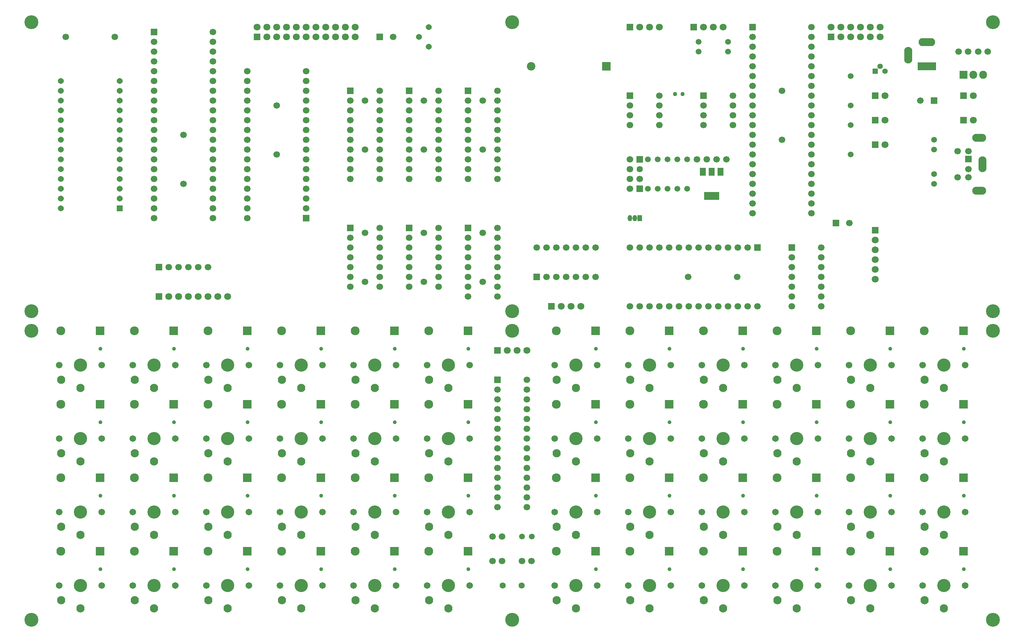
<source format=gbr>
%TF.GenerationSoftware,Novarm,DipTrace,4.3.0.4*%
%TF.CreationDate,2023-07-28T17:07:57+01:00*%
%FSLAX26Y26*%
%MOIN*%
%TF.FileFunction,Soldermask,Top*%
%TF.Part,Single*%
%ADD20C,0.055118*%
%ADD26C,0.062992*%
%ADD28C,0.059055*%
%ADD32R,0.066929X0.066929*%
%ADD33C,0.066929*%
%ADD38C,0.066929*%
%ADD51R,0.086614X0.086614*%
%ADD55C,0.067*%
%ADD56C,0.135*%
%ADD57C,0.039*%
%ADD64C,0.043307*%
%ADD68C,0.090551*%
%ADD70R,0.090551X0.090551*%
%ADD71R,0.153543X0.082677*%
%ADD73R,0.062992X0.082677*%
%ADD75C,0.06063*%
%ADD77C,0.086614*%
%ADD79O,0.045276X0.062992*%
%ADD81R,0.045276X0.062992*%
%ADD83O,0.078937X0.082677*%
%ADD85R,0.078937X0.082677*%
%ADD87O,0.082677X0.169291*%
%ADD89O,0.169291X0.082677*%
%ADD91R,0.185039X0.082677*%
%ADD93C,0.070866*%
%ADD94O,0.082677X0.161417*%
%ADD96O,0.141732X0.082677*%
%ADD98C,0.06063*%
%ADD100R,0.06063X0.06063*%
%ADD102C,0.070866*%
%ADD103R,0.070866X0.070866*%
%ADD105R,0.055118X0.055118*%
%ADD107C,0.141732*%
%ADD109C,0.063937*%
%ADD111C,0.059055*%
%ADD113C,0.083937*%
G75*
G01*
%LPD*%
D28*
X6977953Y4893701D3*
D111*
Y5193701D3*
D113*
X3243701Y1361024D3*
X3046850Y1443701D3*
D55*
X3027165Y1593307D3*
D56*
X3243701D3*
D57*
X3449213Y1758661D3*
D55*
X3460236Y1593307D3*
D32*
X8243701Y4293701D3*
D33*
Y4193701D3*
Y4093701D3*
Y3993701D3*
Y3893701D3*
Y3793701D3*
Y3693701D3*
X8543701D3*
Y3793701D3*
Y3893701D3*
Y3993701D3*
Y4093701D3*
Y4193701D3*
Y4293701D3*
D32*
X3293701Y4593701D3*
D33*
Y4693701D3*
Y4793701D3*
Y4893701D3*
Y4993701D3*
Y5093701D3*
Y5193701D3*
Y5293701D3*
Y5393701D3*
Y5493701D3*
Y5593701D3*
Y5693701D3*
Y5793701D3*
Y5893701D3*
Y5993701D3*
Y6093701D3*
X2693701D3*
Y5993701D3*
Y5893701D3*
Y5793701D3*
Y5693701D3*
Y5593701D3*
Y5493701D3*
Y5393701D3*
Y5293701D3*
Y5193701D3*
Y5093701D3*
Y4993701D3*
Y4893701D3*
Y4793701D3*
Y4693701D3*
Y4593701D3*
D28*
X6877953Y5193701D3*
D111*
Y4893701D3*
D113*
X8293701Y611024D3*
X8096850Y693701D3*
D55*
X8077165Y843307D3*
D56*
X8293701D3*
D57*
X8499213Y1008661D3*
D55*
X8510236Y843307D3*
D32*
X6693701Y4893701D3*
D38*
Y4993701D3*
D109*
Y5093701D3*
D32*
Y5193701D3*
D38*
X6593701D3*
Y5093701D3*
Y4993701D3*
Y4893701D3*
D32*
X4344094Y5893504D3*
D33*
Y5793504D3*
Y5693504D3*
Y5593504D3*
Y5493504D3*
Y5393504D3*
Y5293504D3*
Y5193504D3*
Y5093504D3*
Y4993504D3*
X4644094D3*
Y5093504D3*
Y5193504D3*
Y5293504D3*
Y5393504D3*
Y5493504D3*
Y5593504D3*
Y5693504D3*
Y5793504D3*
Y5893504D3*
D32*
X7843504Y6543504D3*
D33*
Y6443504D3*
Y6343504D3*
Y6243504D3*
Y6143504D3*
Y6043504D3*
Y5943504D3*
Y5843504D3*
Y5743504D3*
Y5643504D3*
Y5543504D3*
Y5443504D3*
Y5343504D3*
Y5243504D3*
Y5143504D3*
Y5043504D3*
Y4943504D3*
Y4843504D3*
Y4743504D3*
Y4643504D3*
X8443504D3*
Y4743504D3*
Y4843504D3*
Y4943504D3*
Y5043504D3*
Y5143504D3*
Y5243504D3*
Y5343504D3*
Y5443504D3*
Y5543504D3*
Y5643504D3*
Y5743504D3*
Y5843504D3*
Y5943504D3*
Y6043504D3*
Y6143504D3*
Y6243504D3*
Y6343504D3*
Y6443504D3*
Y6543504D3*
D113*
X3243701Y2111024D3*
X3046850Y2193701D3*
D55*
X3027165Y2343307D3*
D56*
X3243701D3*
D57*
X3449213Y2508661D3*
D55*
X3460236Y2343307D3*
D26*
X5297244Y843307D3*
X5489370D3*
D32*
X9693701Y5793701D3*
D38*
X9555906D3*
D113*
X3993701Y2111024D3*
X3796850Y2193701D3*
D55*
X3777165Y2343307D3*
D56*
X3993701D3*
D57*
X4199213Y2508661D3*
D55*
X4210236Y2343307D3*
D113*
X7543701Y2861024D3*
X7346850Y2943701D3*
D55*
X7327165Y3093307D3*
D56*
X7543701D3*
D57*
X7749213Y3258661D3*
D55*
X7760236Y3093307D3*
D113*
X9043701Y1361024D3*
X8846850Y1443701D3*
D55*
X8827165Y1593307D3*
D56*
X9043701D3*
D57*
X9249213Y1758661D3*
D55*
X9260236Y1593307D3*
D32*
X4043701Y6443701D3*
D38*
X4181496D3*
D113*
X7543701Y1361024D3*
X7346850Y1443701D3*
D55*
X7327165Y1593307D3*
D56*
X7543701D3*
D57*
X7749213Y1758661D3*
D55*
X7760236Y1593307D3*
D107*
X493701Y3443701D3*
D113*
X4743701Y1361024D3*
X4546850Y1443701D3*
D55*
X4527165Y1593307D3*
D56*
X4743701D3*
D57*
X4949213Y1758661D3*
D55*
X4960236Y1593307D3*
D113*
X3243701Y2861024D3*
X3046850Y2943701D3*
D55*
X3027165Y3093307D3*
D56*
X3243701D3*
D57*
X3449213Y3258661D3*
D55*
X3460236Y3093307D3*
D113*
X7543701Y2111024D3*
X7346850Y2193701D3*
D55*
X7327165Y2343307D3*
D56*
X7543701D3*
D57*
X7749213Y2508661D3*
D55*
X7760236Y2343307D3*
D107*
X5393701Y3643701D3*
D113*
X9793701Y2111024D3*
X9596850Y2193701D3*
D55*
X9577165Y2343307D3*
D56*
X9793701D3*
D57*
X9999213Y2508661D3*
D55*
X10010236Y2343307D3*
D105*
X9093701Y6093701D3*
D20*
X9143701Y6143701D3*
X9193701Y6093701D3*
D38*
X7277953Y5193701D3*
X7376378D3*
D113*
X6043701Y1361024D3*
X5846850Y1443701D3*
D55*
X5827165Y1593307D3*
D56*
X6043701D3*
D57*
X6249213Y1758661D3*
D55*
X6260236Y1593307D3*
D107*
X493701Y3643701D3*
D113*
X3993701Y1361024D3*
X3796850Y1443701D3*
D55*
X3777165Y1593307D3*
D56*
X3993701D3*
D57*
X4199213Y1758661D3*
D55*
X4210236Y1593307D3*
D38*
X5193701Y1343307D3*
X5292126D3*
D113*
X3993701Y611024D3*
X3796850Y693701D3*
D55*
X3777165Y843307D3*
D56*
X3993701D3*
D57*
X4199213Y1008661D3*
D55*
X4210236Y843307D3*
D103*
X7244094Y6543701D3*
D102*
X7344094D3*
X7444094D3*
X7544094D3*
D113*
X1743701Y2861024D3*
X1546850Y2943701D3*
D55*
X1527165Y3093307D3*
D56*
X1743701D3*
D57*
X1949213Y3258661D3*
D55*
X1960236Y3093307D3*
D103*
X2793701Y6443701D3*
D102*
Y6543701D3*
X2893701Y6443701D3*
Y6543701D3*
X2993701Y6443701D3*
Y6543701D3*
X3093701Y6443701D3*
Y6543701D3*
X3193701Y6443701D3*
Y6543701D3*
X3293701Y6443701D3*
Y6543701D3*
X3393701Y6443701D3*
Y6543701D3*
X3493701Y6443701D3*
Y6543701D3*
X3593701Y6443701D3*
Y6543701D3*
X3693701Y6443701D3*
Y6543701D3*
X3793701Y6443701D3*
Y6543701D3*
D103*
X5243701Y3243307D3*
D102*
X5343701D3*
X5443701D3*
X5543701D3*
D113*
X8293701Y1361024D3*
X8096850Y1443701D3*
D55*
X8077165Y1593307D3*
D56*
X8293701D3*
D57*
X8499213Y1758661D3*
D55*
X8510236Y1593307D3*
D32*
X6594094Y5843307D3*
D33*
Y5743307D3*
Y5643307D3*
Y5543307D3*
X6894094D3*
Y5643307D3*
Y5743307D3*
Y5843307D3*
D113*
X9043701Y2861024D3*
X8846850Y2943701D3*
D55*
X8827165Y3093307D3*
D56*
X9043701D3*
D57*
X9249213Y3258661D3*
D55*
X9260236Y3093307D3*
D38*
X3893701Y4443701D3*
Y3943701D3*
D113*
X1743701Y611024D3*
X1546850Y693701D3*
D55*
X1527165Y843307D3*
D56*
X1743701D3*
D57*
X1949213Y1008661D3*
D55*
X1960236Y843307D3*
D32*
X1743504Y6493701D3*
D33*
Y6393701D3*
Y6293701D3*
Y6193701D3*
Y6093701D3*
Y5993701D3*
Y5893701D3*
Y5793701D3*
Y5693701D3*
Y5593701D3*
Y5493701D3*
Y5393701D3*
Y5293701D3*
Y5193701D3*
Y5093701D3*
Y4993701D3*
Y4893701D3*
Y4793701D3*
Y4693701D3*
Y4593701D3*
X2343504D3*
Y4693701D3*
Y4793701D3*
Y4893701D3*
Y4993701D3*
Y5093701D3*
Y5193701D3*
Y5293701D3*
Y5393701D3*
Y5493701D3*
Y5593701D3*
Y5693701D3*
Y5793701D3*
Y5893701D3*
Y5993701D3*
Y6093701D3*
Y6193701D3*
Y6293701D3*
Y6393701D3*
Y6493701D3*
D113*
X6043701Y2861024D3*
X5846850Y2943701D3*
D55*
X5827165Y3093307D3*
D56*
X6043701D3*
D57*
X6249213Y3258661D3*
D55*
X6260236Y3093307D3*
D113*
X6793701Y2861024D3*
X6596850Y2943701D3*
D55*
X6577165Y3093307D3*
D56*
X6793701D3*
D57*
X6999213Y3258661D3*
D55*
X7010236Y3093307D3*
D32*
X8693701Y4543701D3*
D38*
X8831496D3*
D28*
X7593701Y6393701D3*
D111*
X7293701D3*
D38*
X7188976Y3993701D3*
X7688976D3*
D32*
X5243701Y2943307D3*
D33*
Y2843307D3*
Y2743307D3*
Y2643307D3*
Y2543307D3*
Y2443307D3*
Y2343307D3*
Y2243307D3*
Y2143307D3*
Y2043307D3*
Y1943307D3*
Y1843307D3*
Y1743307D3*
Y1643307D3*
X5543701D3*
Y1743307D3*
Y1843307D3*
Y1943307D3*
Y2043307D3*
Y2143307D3*
Y2243307D3*
Y2343307D3*
Y2443307D3*
Y2543307D3*
Y2643307D3*
Y2743307D3*
Y2843307D3*
Y2943307D3*
D28*
X7077953Y5193701D3*
D111*
Y4893701D3*
D38*
X7477953Y5193701D3*
X7576378D3*
D107*
X5393701Y3443701D3*
D113*
X4743701Y2861024D3*
X4546850Y2943701D3*
D55*
X4527165Y3093307D3*
D56*
X4743701D3*
D57*
X4949213Y3258661D3*
D55*
X4960236Y3093307D3*
D113*
X9043701Y2111024D3*
X8846850Y2193701D3*
D55*
X8827165Y2343307D3*
D56*
X9043701D3*
D57*
X9249213Y2508661D3*
D55*
X9260236Y2343307D3*
D32*
X3743701Y4493701D3*
D33*
Y4393701D3*
Y4293701D3*
Y4193701D3*
Y4093701D3*
Y3993701D3*
Y3893701D3*
X4043701D3*
Y3993701D3*
Y4093701D3*
Y4193701D3*
Y4293701D3*
Y4393701D3*
Y4493701D3*
D107*
X10293701Y6593701D3*
D28*
X8843701Y6043701D3*
D111*
Y5743701D3*
D28*
X9693701Y5393701D3*
D111*
Y5293701D3*
D100*
X1393701Y4694094D3*
D98*
Y4794094D3*
Y4894094D3*
Y4994094D3*
Y5094094D3*
Y5194094D3*
Y5294094D3*
Y5394094D3*
Y5494094D3*
Y5594094D3*
Y5694094D3*
Y5794094D3*
Y5894094D3*
Y5994094D3*
X793701D3*
Y5894094D3*
Y5794094D3*
Y5694094D3*
Y5594094D3*
Y5494094D3*
Y5394094D3*
Y5294094D3*
Y5194094D3*
Y5094094D3*
Y4994094D3*
Y4894094D3*
Y4794094D3*
Y4694094D3*
D113*
X1743701Y2111024D3*
X1546850Y2193701D3*
D55*
X1527165Y2343307D3*
D56*
X1743701D3*
D57*
X1949213Y2508661D3*
D55*
X1960236Y2343307D3*
D113*
X1743701Y1361024D3*
X1546850Y1443701D3*
D55*
X1527165Y1593307D3*
D56*
X1743701D3*
D57*
X1949213Y1758661D3*
D55*
X1960236Y1593307D3*
D32*
X5643701Y3993701D3*
D33*
X5743701D3*
X5843701D3*
X5943701D3*
X6043701D3*
X6143701D3*
X6243701D3*
Y4293701D3*
X6143701D3*
X6043701D3*
X5943701D3*
X5843701D3*
X5743701D3*
X5643701D3*
D113*
X9043701Y611024D3*
X8846850Y693701D3*
D55*
X8827165Y843307D3*
D56*
X9043701D3*
D57*
X9249213Y1008661D3*
D55*
X9260236Y843307D3*
D103*
X9093701Y5343701D3*
D102*
X9193701D3*
D32*
X3743701Y5893701D3*
D33*
Y5793701D3*
Y5693701D3*
Y5593701D3*
Y5493701D3*
Y5393701D3*
Y5293701D3*
Y5193701D3*
Y5093701D3*
Y4993701D3*
X4043701D3*
Y5093701D3*
Y5193701D3*
Y5293701D3*
Y5393701D3*
Y5493701D3*
Y5593701D3*
Y5693701D3*
Y5793701D3*
Y5893701D3*
D113*
X2493701Y2861024D3*
X2296850Y2943701D3*
D55*
X2277165Y3093307D3*
D56*
X2493701D3*
D57*
X2699213Y3258661D3*
D55*
X2710236Y3093307D3*
D107*
X493701Y493701D3*
D32*
X10043701Y5195276D3*
D38*
Y5092913D3*
Y5277953D3*
Y5010236D3*
X9933465Y5277953D3*
Y5010236D3*
D96*
X10155906Y4874409D3*
D94*
X10187402Y5144094D3*
D96*
X10155906Y5413780D3*
D113*
X3243701Y611024D3*
X3046850Y693701D3*
D55*
X3027165Y843307D3*
D56*
X3243701D3*
D57*
X3449213Y1008661D3*
D55*
X3460236Y843307D3*
D28*
X8843701Y5543701D3*
D111*
Y5243701D3*
D28*
X6777953Y5193701D3*
D111*
Y4893701D3*
D38*
X2043504Y5442913D3*
Y4942913D3*
D113*
X4743701Y611024D3*
X4546850Y693701D3*
D55*
X4527165Y843307D3*
D56*
X4743701D3*
D57*
X4949213Y1008661D3*
D55*
X4960236Y843307D3*
D113*
X2493701Y1361024D3*
X2296850Y1443701D3*
D55*
X2277165Y1593307D3*
D56*
X2493701D3*
D57*
X2699213Y1758661D3*
D55*
X2710236Y1593307D3*
D103*
X8643701Y6443504D3*
D102*
Y6543504D3*
X8743701Y6443504D3*
Y6543504D3*
X8843701Y6443504D3*
Y6543504D3*
X8943701Y6443504D3*
Y6543504D3*
X9043701Y6443504D3*
Y6543504D3*
X9143701Y6443504D3*
Y6543504D3*
D107*
X493701Y6593701D3*
D103*
X9093701Y4468701D3*
D93*
Y4368701D3*
Y4268701D3*
Y4168701D3*
Y4068701D3*
Y3968701D3*
D113*
X8293701Y2861024D3*
X8096850Y2943701D3*
D55*
X8077165Y3093307D3*
D56*
X8293701D3*
D57*
X8499213Y3258661D3*
D55*
X8510236Y3093307D3*
D113*
X9793701Y611024D3*
X9596850Y693701D3*
D55*
X9577165Y843307D3*
D56*
X9793701D3*
D57*
X9999213Y1008661D3*
D55*
X10010236Y843307D3*
D38*
X9943701Y6293701D3*
X10042126D3*
D113*
X993701Y1361024D3*
X796850Y1443701D3*
D55*
X777165Y1593307D3*
D56*
X993701D3*
D57*
X1199213Y1758661D3*
D55*
X1210236Y1593307D3*
D91*
X9619291Y6143701D3*
D89*
Y6391732D3*
D87*
X9430315Y6257874D3*
D113*
X4743701Y2111024D3*
X4546850Y2193701D3*
D55*
X4527165Y2343307D3*
D56*
X4743701D3*
D57*
X4949213Y2508661D3*
D55*
X4960236Y2343307D3*
D38*
X4493701Y4443701D3*
Y3943701D3*
D85*
X9993701Y6056496D3*
D83*
X10093701D3*
X10193701D3*
D38*
X5093701Y4443701D3*
Y3943701D3*
D113*
X6793701Y1361024D3*
X6596850Y1443701D3*
D55*
X6577165Y1593307D3*
D56*
X6793701D3*
D57*
X6999213Y1758661D3*
D55*
X7010236Y1593307D3*
D32*
X4343307Y4493504D3*
D33*
Y4393504D3*
Y4293504D3*
Y4193504D3*
Y4093504D3*
Y3993504D3*
Y3893504D3*
X4643307D3*
Y3993504D3*
Y4093504D3*
Y4193504D3*
Y4293504D3*
Y4393504D3*
Y4493504D3*
D38*
X5493701Y1093307D3*
X5592126D3*
D113*
X6793701Y611024D3*
X6596850Y693701D3*
D55*
X6577165Y843307D3*
D56*
X6793701D3*
D57*
X6999213Y1008661D3*
D55*
X7010236Y843307D3*
D81*
X6693701Y4593701D3*
D79*
X6643701D3*
X6593701D3*
D28*
X9693701Y5043701D3*
D111*
Y4943701D3*
D38*
X3893701Y5793701D3*
Y5293701D3*
D103*
X9093701Y5593701D3*
D102*
X9193701D3*
D107*
X5393701Y493701D3*
D113*
X6043701Y611024D3*
X5846850Y693701D3*
D55*
X5827165Y843307D3*
D56*
X6043701D3*
D57*
X6249213Y1008661D3*
D55*
X6260236Y843307D3*
D51*
X6354331Y6143701D3*
D77*
X5586614D3*
D107*
X10293701Y3643701D3*
D28*
X7177953Y5193701D3*
D111*
Y4893701D3*
D32*
X4944094Y5893504D3*
D33*
Y5793504D3*
Y5693504D3*
Y5593504D3*
Y5493504D3*
Y5393504D3*
Y5293504D3*
Y5193504D3*
Y5093504D3*
Y4993504D3*
X5244094D3*
Y5093504D3*
Y5193504D3*
Y5293504D3*
Y5393504D3*
Y5493504D3*
Y5593504D3*
Y5693504D3*
Y5793504D3*
Y5893504D3*
D113*
X993701Y2861024D3*
X796850Y2943701D3*
D55*
X777165Y3093307D3*
D56*
X993701D3*
D57*
X1199213Y3258661D3*
D55*
X1210236Y3093307D3*
D103*
X1793110Y3793701D3*
D102*
X1893110D3*
X1993110D3*
X2093110D3*
X2193110D3*
X2293110D3*
X2393110D3*
X2493110D3*
D113*
X8293701Y2111024D3*
X8096850Y2193701D3*
D55*
X8077165Y2343307D3*
D56*
X8293701D3*
D57*
X8499213Y2508661D3*
D55*
X8510236Y2343307D3*
D103*
X9993701Y5843701D3*
D102*
X10093701D3*
D113*
X7543701Y611024D3*
X7346850Y693701D3*
D55*
X7327165Y843307D3*
D56*
X7543701D3*
D57*
X7749213Y1008661D3*
D55*
X7760236Y843307D3*
D32*
X7344094Y5843307D3*
D33*
Y5743307D3*
Y5643307D3*
Y5543307D3*
X7644094D3*
Y5643307D3*
Y5743307D3*
Y5843307D3*
D113*
X6043701Y2111024D3*
X5846850Y2193701D3*
D55*
X5827165Y2343307D3*
D56*
X6043701D3*
D57*
X6249213Y2508661D3*
D55*
X6260236Y2343307D3*
D38*
X8143701Y5394488D3*
Y5894488D3*
D32*
X4943307Y4493504D3*
D33*
Y4393504D3*
Y4293504D3*
Y4193504D3*
Y4093504D3*
Y3993504D3*
Y3893504D3*
Y3793504D3*
X5243307D3*
Y3893504D3*
Y3993504D3*
Y4093504D3*
Y4193504D3*
Y4293504D3*
Y4393504D3*
Y4493504D3*
D103*
X6593701Y6543701D3*
D102*
X6693701D3*
X6793701D3*
X6893701D3*
D113*
X3993701Y2861024D3*
X3796850Y2943701D3*
D55*
X3777165Y3093307D3*
D56*
X3993701D3*
D57*
X4199213Y3258661D3*
D55*
X4210236Y3093307D3*
D38*
X5093701Y5793701D3*
Y5293701D3*
D103*
X9993701Y5593701D3*
D102*
X10093701D3*
D38*
X844488Y6444094D3*
X1344488D3*
D113*
X2493701Y2111024D3*
X2296850Y2193701D3*
D55*
X2277165Y2343307D3*
D56*
X2493701D3*
D57*
X2699213Y2508661D3*
D55*
X2710236Y2343307D3*
D113*
X2493701Y611024D3*
X2296850Y693701D3*
D55*
X2277165Y843307D3*
D56*
X2493701D3*
D57*
X2699213Y1008661D3*
D55*
X2710236Y843307D3*
D28*
X5493701Y1343307D3*
D111*
X5593701D3*
D75*
X4543701Y6343701D3*
X4443701Y6443701D3*
X4543701Y6543701D3*
D103*
X5793701Y3693701D3*
D102*
X5893701D3*
X5993701D3*
X6093701D3*
D113*
X9793701Y1361024D3*
X9596850Y1443701D3*
D55*
X9577165Y1593307D3*
D56*
X9793701D3*
D57*
X9999213Y1758661D3*
D55*
X10010236Y1593307D3*
D107*
X10293701Y493701D3*
D28*
X7593701Y6293701D3*
D111*
X7293701D3*
D64*
X7055906Y5861024D3*
X7130709D3*
D32*
X7893701Y4293701D3*
D33*
X7793701D3*
X7693701D3*
X7593701D3*
X7493701D3*
X7393701D3*
X7293701D3*
X7193701D3*
X7093701D3*
X6993701D3*
X6893701D3*
X6793701D3*
X6693701D3*
X6593701D3*
Y3693701D3*
X6693701D3*
X6793701D3*
X6893701D3*
X6993701D3*
X7093701D3*
X7193701D3*
X7293701D3*
X7393701D3*
X7493701D3*
X7593701D3*
X7693701D3*
X7793701D3*
X7893701D3*
D73*
X7518504Y5067717D3*
X7427953D3*
D71*
Y4819685D3*
D73*
X7337402Y5067717D3*
D32*
X1793701Y4093701D3*
D33*
X1893701D3*
X1993701D3*
X2093701D3*
X2193701D3*
X2293701D3*
D38*
X5193701Y1093307D3*
X5292126D3*
X10143701Y6293701D3*
X10242126D3*
D113*
X9793701Y2861024D3*
X9596850Y2943701D3*
D55*
X9577165Y3093307D3*
D56*
X9793701D3*
D57*
X9999213Y3258661D3*
D55*
X10010236Y3093307D3*
D38*
X4493701Y5793701D3*
Y5293701D3*
D113*
X993701Y2111024D3*
X796850Y2193701D3*
D55*
X777165Y2343307D3*
D56*
X993701D3*
D57*
X1199213Y2508661D3*
D55*
X1210236Y2343307D3*
D107*
X10293701Y3443701D3*
D113*
X993701Y611024D3*
X796850Y693701D3*
D55*
X777165Y843307D3*
D56*
X993701D3*
D57*
X1199213Y1008661D3*
D55*
X1210236Y843307D3*
D38*
X2993504Y5243701D3*
Y5743701D3*
D107*
X5393701Y6593701D3*
D103*
X9093701Y5843701D3*
D102*
X9193701D3*
D113*
X6793701Y2111024D3*
X6596850Y2193701D3*
D55*
X6577165Y2343307D3*
D56*
X6793701D3*
D57*
X6999213Y2508661D3*
D55*
X7010236Y2343307D3*
D70*
X9243701Y1193307D3*
D68*
X8843701D3*
D70*
X6243701Y2693307D3*
D68*
X5843701D3*
D70*
X1193701Y1943307D3*
D68*
X793701D3*
D70*
X4943701D3*
D68*
X4543701D3*
D70*
X6993701Y2693307D3*
D68*
X6593701D3*
D70*
X7743701Y1943307D3*
D68*
X7343701D3*
D70*
X2693701Y3443307D3*
D68*
X2293701D3*
D70*
X8493701Y2693307D3*
D68*
X8093701D3*
D70*
X6243701Y3443307D3*
D68*
X5843701D3*
D70*
X7743701Y2693307D3*
D68*
X7343701D3*
D70*
X4943701D3*
D68*
X4543701D3*
D70*
X7743701Y3443307D3*
D68*
X7343701D3*
D70*
X4943701D3*
D68*
X4543701D3*
D70*
X8493701Y1943307D3*
D68*
X8093701D3*
D70*
X8493701Y1193307D3*
D68*
X8093701D3*
D70*
X3443701Y2693307D3*
D68*
X3043701D3*
D70*
X4193701Y1193307D3*
D68*
X3793701D3*
D70*
X2693701Y2693307D3*
D68*
X2293701D3*
D70*
X6243701Y1193307D3*
D68*
X5843701D3*
D70*
X1943701Y1943307D3*
D68*
X1543701D3*
D70*
X1193701Y1193307D3*
D68*
X793701D3*
D70*
X3443701Y1943307D3*
D68*
X3043701D3*
D70*
X8493701Y3443307D3*
D68*
X8093701D3*
D70*
X9993701Y1943307D3*
D68*
X9593701D3*
D70*
X4193701D3*
D68*
X3793701D3*
D70*
X4193701Y2693307D3*
D68*
X3793701D3*
D70*
X9993701Y3443307D3*
D68*
X9593701D3*
D70*
X1193701Y2693307D3*
D68*
X793701D3*
D70*
X7743701Y1193307D3*
D68*
X7343701D3*
D70*
X1943701Y2693307D3*
D68*
X1543701D3*
D70*
X6993701Y1193307D3*
D68*
X6593701D3*
D70*
X2693701Y1943307D3*
D68*
X2293701D3*
D70*
X3443701Y1193307D3*
D68*
X3043701D3*
D70*
X4943701D3*
D68*
X4543701D3*
D70*
X1193701Y3443307D3*
D68*
X793701D3*
D70*
X3443701D3*
D68*
X3043701D3*
D70*
X1943701Y1193307D3*
D68*
X1543701D3*
D70*
X6993701Y3443307D3*
D68*
X6593701D3*
D70*
X6993701Y1943307D3*
D68*
X6593701D3*
D70*
X9243701Y3443307D3*
D68*
X8843701D3*
D70*
X1943701D3*
D68*
X1543701D3*
D70*
X6243701Y1943307D3*
D68*
X5843701D3*
D70*
X9993701Y1193307D3*
D68*
X9593701D3*
D70*
X9993701Y2693307D3*
D68*
X9593701D3*
D70*
X9243701D3*
D68*
X8843701D3*
D70*
X9243701Y1943307D3*
D68*
X8843701D3*
D70*
X4193701Y3443307D3*
D68*
X3793701D3*
D70*
X2693701Y1193307D3*
D68*
X2293701D3*
M02*

</source>
